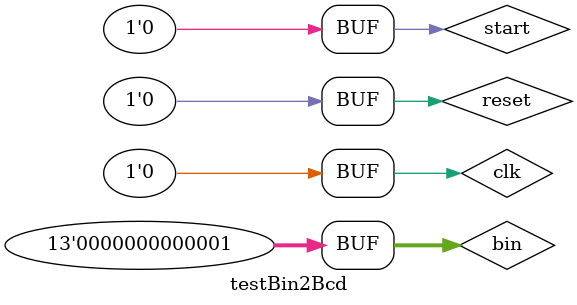
<source format=v>
`timescale 1ns / 1ps


module testBin2Bcd;

	// Inputs
	reg clk;
	reg reset;
	reg start;
	reg [12:0] bin;

	// Outputs
	wire ready;
	wire done_tick;
	wire [3:0] bcd3;
	wire [3:0] bcd2;
	wire [3:0] bcd1;
	wire [3:0] bcd0;

	// Instantiate the Unit Under Test (UUT)
	bin2bcd uut (
		.clk(clk), 
		.reset(reset), 
		.start(start), 
		.bin(bin), 
		.ready(ready), 
		.done_tick(done_tick), 
		.bcd3(bcd3), 
		.bcd2(bcd2), 
		.bcd1(bcd1), 
		.bcd0(bcd0)
	);

	initial begin
		// Initialize Inputs
		clk = 0;
		reset = 0;
		start = 0;
		bin = 0;

		// Wait 100 ns for global reset to finish
		#100;
		
		clk = 1;
		
		#100;
		
		clk = 0;
	
		bin = 1;
	
	
		#100;
		
		clk = 1;
		
		#100;
		
		clk = 0;
		
		#100;
        
		// Add stimulus here

	end
      
endmodule


</source>
